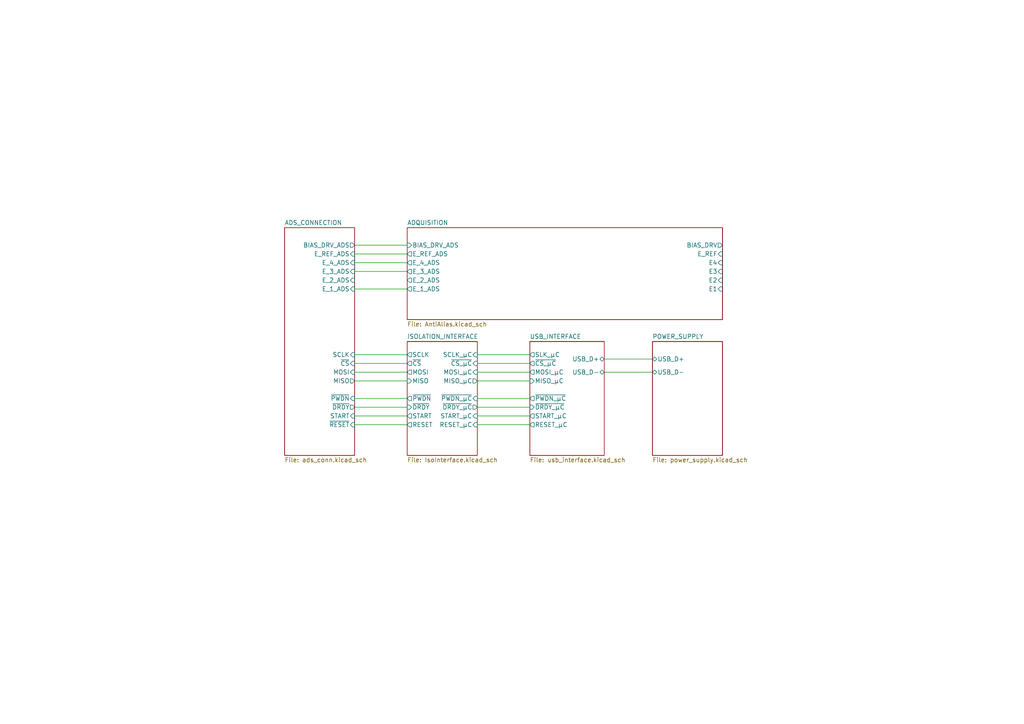
<source format=kicad_sch>
(kicad_sch (version 20211123) (generator eeschema)
  (paper "A4")
  (title_block (title "ADS_CONNECTION") (date "2022-05-01") (rev "A"))
  (lib_symbols)
  (wire (pts (xy 102.87 110.49) (xy 118.11 110.49)))
  (wire (pts (xy 175.26 107.95) (xy 189.23 107.95)))
  (wire (pts (xy 102.87 83.82) (xy 118.11 83.82)))
  (wire (pts (xy 138.43 118.11) (xy 153.67 118.11)))
  (wire (pts (xy 102.87 118.11) (xy 118.11 118.11)))
  (wire (pts (xy 175.26 104.14) (xy 189.23 104.14)))
  (wire (pts (xy 102.87 76.2) (xy 118.11 76.2)))
  (wire (pts (xy 102.87 105.41) (xy 118.11 105.41)))
  (wire (pts (xy 138.43 110.49) (xy 153.67 110.49)))
  (wire (pts (xy 138.43 123.19) (xy 153.67 123.19)))
  (wire (pts (xy 102.87 71.12) (xy 118.11 71.12)))
  (wire (pts (xy 102.87 73.66) (xy 118.11 73.66)))
  (wire (pts (xy 138.43 115.57) (xy 153.67 115.57)))
  (wire (pts (xy 138.43 120.65) (xy 153.67 120.65)))
  (wire (pts (xy 102.87 102.87) (xy 118.11 102.87)))
  (wire (pts (xy 102.87 78.74) (xy 118.11 78.74)))
  (wire (pts (xy 102.87 107.95) (xy 118.11 107.95)))
  (wire (pts (xy 138.43 105.41) (xy 153.67 105.41)))
  (wire (pts (xy 102.87 120.65) (xy 118.11 120.65)))
  (wire (pts (xy 102.87 123.19) (xy 118.11 123.19)))
  (wire (pts (xy 138.43 102.87) (xy 153.67 102.87)))
  (wire (pts (xy 102.87 115.57) (xy 118.11 115.57)))
  (wire (pts (xy 138.43 107.95) (xy 153.67 107.95)))
  (sheet (at 82.55 66.04) (size 20.32 66.04) (stroke (width 0.1524))
    (property "Sheet name" "ADS_CONNECTION" (at 82.55 65.3284 0) (effects (justify left bottom)))
    (property "Sheet file" "ads_conn.kicad_sch" (at 82.55 132.6646 0) (effects (justify left top)))
    (pin "BIAS_DRV_ADS" output (at 102.87 71.12 0))
    (pin "~{PWDN}" input (at 102.87 115.57 0))
    (pin "SCLK" input (at 102.87 102.87 0))
    (pin "~{CS}" input (at 102.87 105.41 0))
    (pin "MOSI" input (at 102.87 107.95 0))
    (pin "MISO" output (at 102.87 110.49 0))
    (pin "E_REF_ADS" input (at 102.87 73.66 0))
    (pin "E_4_ADS" input (at 102.87 76.2 0))
    (pin "E_1_ADS" input (at 102.87 83.82 0))
    (pin "E_3_ADS" input (at 102.87 78.74 0))
    (pin "E_2_ADS" input (at 102.87 81.28 0))
    (pin "START" input (at 102.87 120.65 0))
    (pin "~{DRDY}" output (at 102.87 118.11 0))
    (pin "~{RESET}" input (at 102.87 123.19 0))
  )
  (sheet (at 153.67 99.06) (size 21.59 33.02) (stroke (width 0.1524))
    (property "Sheet name" "USB_INTERFACE" (at 153.67 98.3484 0) (effects (justify left bottom)))
    (property "Sheet file" "usb_interface.kicad_sch" (at 153.67 132.6646 0) (effects (justify left top)))
    (pin "~{PWDN_µC}" output (at 153.67 115.57 180))
    (pin "START_µC" output (at 153.67 120.65 180))
    (pin "RESET_µC" output (at 153.67 123.19 180))
    (pin "~{DRDY_µC}" input (at 153.67 118.11 180))
    (pin "~{CS_µC}" output (at 153.67 105.41 180))
    (pin "MISO_µC" input (at 153.67 110.49 180))
    (pin "USB_D-" bidirectional (at 175.26 107.95 0))
    (pin "USB_D+" bidirectional (at 175.26 104.14 0))
    (pin "MOSI_µC" output (at 153.67 107.95 180))
    (pin "SLK_µC" output (at 153.67 102.87 180))
  )
  (sheet (at 118.11 66.04) (size 91.44 26.67) (stroke (width 0.1524))
    (property "Sheet name" "ADQUISITION" (at 118.11 65.3284 0) (effects (justify left bottom)))
    (property "Sheet file" "AntiAlias.kicad_sch" (at 118.11 93.2946 0) (effects (justify left top)))
    (pin "E_4_ADS" output (at 118.11 76.2 180))
    (pin "E_2_ADS" output (at 118.11 81.28 180))
    (pin "E_REF_ADS" output (at 118.11 73.66 180))
    (pin "E_1_ADS" output (at 118.11 83.82 180))
    (pin "E_3_ADS" output (at 118.11 78.74 180))
    (pin "BIAS_DRV_ADS" input (at 118.11 71.12 180))
    (pin "E3" input (at 209.55 78.74 0))
    (pin "E1" input (at 209.55 83.82 0))
    (pin "E2" input (at 209.55 81.28 0))
    (pin "BIAS_DRV" output (at 209.55 71.12 0))
    (pin "E_REF" input (at 209.55 73.66 0))
    (pin "E4" input (at 209.55 76.2 0))
  )
  (sheet (at 118.11 99.06) (size 20.32 33.02) (stroke (width 0.1524))
    (property "Sheet name" "ISOLATION_INTERFACE" (at 118.11 98.3484 0) (effects (justify left bottom)))
    (property "Sheet file" "IsoInterface.kicad_sch" (at 118.11 132.6646 0) (effects (justify left top)))
    (pin "START" output (at 118.11 120.65 180))
    (pin "RESET" output (at 118.11 123.19 180))
    (pin "~{PWDN}" output (at 118.11 115.57 180))
    (pin "~{DRDY}" input (at 118.11 118.11 180))
    (pin "~{CS_µC}" input (at 138.43 105.41 0))
    (pin "MOSI_µC" input (at 138.43 107.95 0))
    (pin "MISO_µC" output (at 138.43 110.49 0))
    (pin "SCLK_µC" input (at 138.43 102.87 0))
    (pin "~{DRDY_µC}" output (at 138.43 118.11 0))
    (pin "~{PWDN_µC}" input (at 138.43 115.57 0))
    (pin "RESET_µC" input (at 138.43 123.19 0))
    (pin "START_µC" input (at 138.43 120.65 0))
    (pin "SCLK" output (at 118.11 102.87 180))
    (pin "~{CS}" output (at 118.11 105.41 180))
    (pin "MOSI" output (at 118.11 107.95 180))
    (pin "MISO" input (at 118.11 110.49 180))
  )
  (sheet (at 189.23 99.06) (size 20.32 33.02) (stroke (width 0.1524))
    (property "Sheet name" "POWER_SUPPLY" (at 189.23 98.3484 0) (effects (justify left bottom)))
    (property "Sheet file" "power_supply.kicad_sch" (at 189.23 132.6646 0) (effects (justify left top)))
    (pin "USB_D+" bidirectional (at 189.23 104.14 180))
    (pin "USB_D-" bidirectional (at 189.23 107.95 180))
  )
)
</source>
